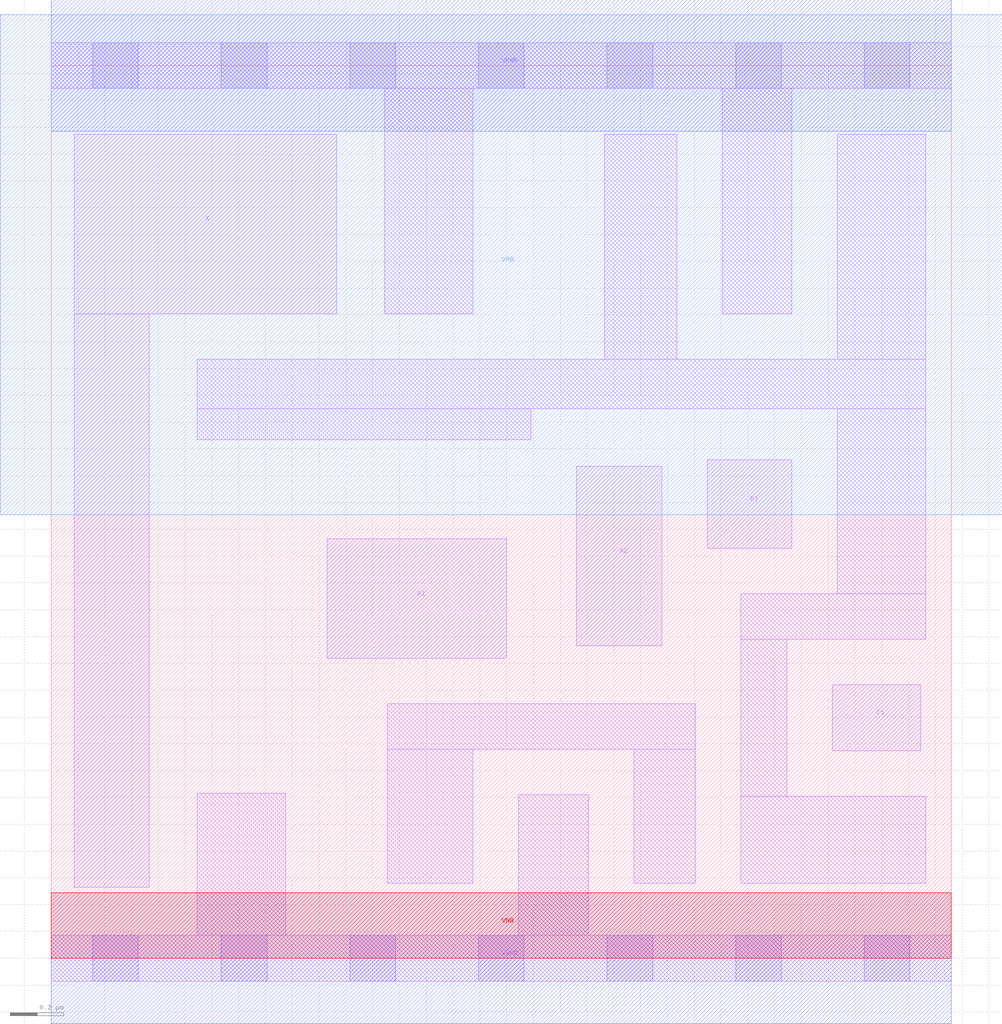
<source format=lef>
# Copyright 2020 The SkyWater PDK Authors
#
# Licensed under the Apache License, Version 2.0 (the "License");
# you may not use this file except in compliance with the License.
# You may obtain a copy of the License at
#
#     https://www.apache.org/licenses/LICENSE-2.0
#
# Unless required by applicable law or agreed to in writing, software
# distributed under the License is distributed on an "AS IS" BASIS,
# WITHOUT WARRANTIES OR CONDITIONS OF ANY KIND, either express or implied.
# See the License for the specific language governing permissions and
# limitations under the License.
#
# SPDX-License-Identifier: Apache-2.0

VERSION 5.7 ;
  NOWIREEXTENSIONATPIN ON ;
  DIVIDERCHAR "/" ;
  BUSBITCHARS "[]" ;
MACRO sky130_fd_sc_lp__o211a_0
  CLASS CORE ;
  FOREIGN sky130_fd_sc_lp__o211a_0 ;
  ORIGIN  0.000000  0.000000 ;
  SIZE  3.360000 BY  3.330000 ;
  SYMMETRY X Y R90 ;
  SITE unit ;
  PIN A1
    ANTENNAGATEAREA  0.159000 ;
    DIRECTION INPUT ;
    USE SIGNAL ;
    PORT
      LAYER li1 ;
        RECT 1.030000 1.120000 1.700000 1.565000 ;
    END
  END A1
  PIN A2
    ANTENNAGATEAREA  0.159000 ;
    DIRECTION INPUT ;
    USE SIGNAL ;
    PORT
      LAYER li1 ;
        RECT 1.960000 1.165000 2.280000 1.835000 ;
    END
  END A2
  PIN B1
    ANTENNAGATEAREA  0.159000 ;
    DIRECTION INPUT ;
    USE SIGNAL ;
    PORT
      LAYER li1 ;
        RECT 2.450000 1.530000 2.765000 1.860000 ;
    END
  END B1
  PIN C1
    ANTENNAGATEAREA  0.159000 ;
    DIRECTION INPUT ;
    USE SIGNAL ;
    PORT
      LAYER li1 ;
        RECT 2.915000 0.775000 3.245000 1.020000 ;
    END
  END C1
  PIN X
    ANTENNADIFFAREA  0.498500 ;
    DIRECTION OUTPUT ;
    USE SIGNAL ;
    PORT
      LAYER li1 ;
        RECT 0.085000 0.265000 0.365000 2.405000 ;
        RECT 0.085000 2.405000 1.065000 3.075000 ;
    END
  END X
  PIN VGND
    DIRECTION INOUT ;
    USE GROUND ;
    PORT
      LAYER met1 ;
        RECT 0.000000 -0.245000 3.360000 0.245000 ;
    END
  END VGND
  PIN VNB
    DIRECTION INOUT ;
    USE GROUND ;
    PORT
      LAYER pwell ;
        RECT 0.000000 0.000000 3.360000 0.245000 ;
    END
  END VNB
  PIN VPB
    DIRECTION INOUT ;
    USE POWER ;
    PORT
      LAYER nwell ;
        RECT -0.190000 1.655000 3.550000 3.520000 ;
    END
  END VPB
  PIN VPWR
    DIRECTION INOUT ;
    USE POWER ;
    PORT
      LAYER met1 ;
        RECT 0.000000 3.085000 3.360000 3.575000 ;
    END
  END VPWR
  OBS
    LAYER li1 ;
      RECT 0.000000 -0.085000 3.360000 0.085000 ;
      RECT 0.000000  3.245000 3.360000 3.415000 ;
      RECT 0.545000  0.085000 0.875000 0.615000 ;
      RECT 0.545000  1.935000 1.790000 2.050000 ;
      RECT 0.545000  2.050000 3.265000 2.235000 ;
      RECT 1.245000  2.405000 1.575000 3.245000 ;
      RECT 1.255000  0.280000 1.575000 0.780000 ;
      RECT 1.255000  0.780000 2.405000 0.950000 ;
      RECT 1.745000  0.085000 2.005000 0.610000 ;
      RECT 2.065000  2.235000 2.335000 3.075000 ;
      RECT 2.175000  0.280000 2.405000 0.780000 ;
      RECT 2.505000  2.405000 2.765000 3.245000 ;
      RECT 2.575000  0.280000 3.265000 0.605000 ;
      RECT 2.575000  0.605000 2.745000 1.190000 ;
      RECT 2.575000  1.190000 3.265000 1.360000 ;
      RECT 2.935000  1.360000 3.265000 2.050000 ;
      RECT 2.935000  2.235000 3.265000 3.075000 ;
    LAYER mcon ;
      RECT 0.155000 -0.085000 0.325000 0.085000 ;
      RECT 0.155000  3.245000 0.325000 3.415000 ;
      RECT 0.635000 -0.085000 0.805000 0.085000 ;
      RECT 0.635000  3.245000 0.805000 3.415000 ;
      RECT 1.115000 -0.085000 1.285000 0.085000 ;
      RECT 1.115000  3.245000 1.285000 3.415000 ;
      RECT 1.595000 -0.085000 1.765000 0.085000 ;
      RECT 1.595000  3.245000 1.765000 3.415000 ;
      RECT 2.075000 -0.085000 2.245000 0.085000 ;
      RECT 2.075000  3.245000 2.245000 3.415000 ;
      RECT 2.555000 -0.085000 2.725000 0.085000 ;
      RECT 2.555000  3.245000 2.725000 3.415000 ;
      RECT 3.035000 -0.085000 3.205000 0.085000 ;
      RECT 3.035000  3.245000 3.205000 3.415000 ;
  END
END sky130_fd_sc_lp__o211a_0
END LIBRARY

</source>
